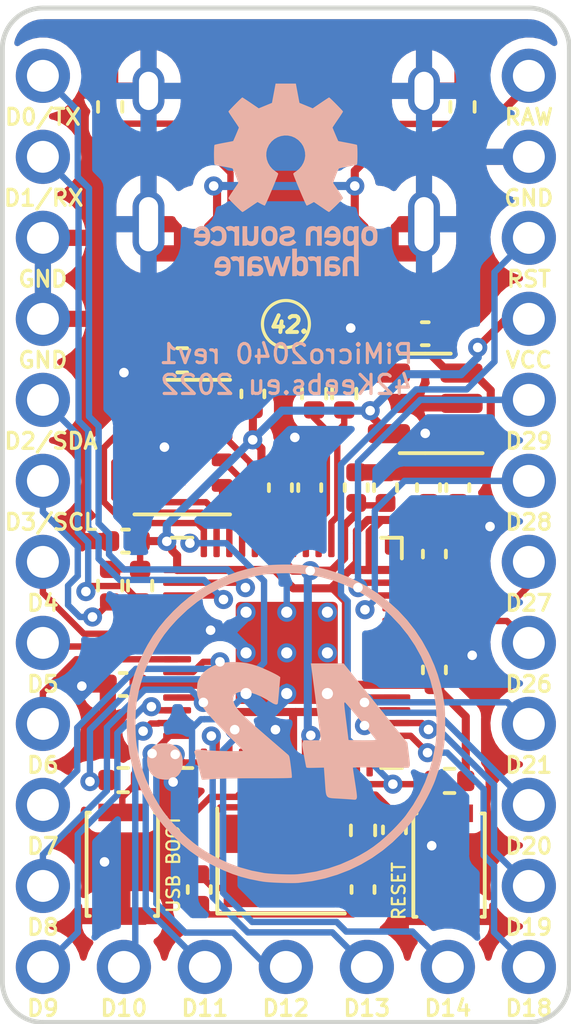
<source format=kicad_pcb>
(kicad_pcb (version 20211014) (generator pcbnew)
  (layers (0 "F.Cu" signal) (31 "B.Cu" signal) (34 "B.Paste" user) (35 "F.Paste" user) (36 "B.SilkS" user "B.Silkscreen") (37 "F.SilkS" user "F.Silkscreen") (38 "B.Mask" user) (39 "F.Mask" user) (44 "Edge.Cuts" user))
  (net 0 "")
  (net 1 "VBUS")
  (net 2 "+3V3")
  (net 3 "/XIN")
  (net 4 "Net-(C4-Pad1)")
  (net 5 "+1V1")
  (net 6 "GND")
  (net 7 "Net-(R1-Pad2)")
  (net 8 "Net-(R2-Pad2)")
  (net 9 "Net-(R3-Pad1)")
  (net 10 "/USB_D-")
  (net 11 "Net-(R4-Pad1)")
  (net 12 "/USB_D+")
  (net 13 "/XOUT")
  (net 14 "/QSPI_SS")
  (net 15 "/~{USB_BOOT}")
  (net 16 "/D2{slash}SDA")
  (net 17 "/D3{slash}SCL")
  (net 18 "/D4")
  (net 19 "/D5")
  (net 20 "/D6")
  (net 21 "/D7")
  (net 22 "/D8")
  (net 23 "/D9")
  (net 24 "/~{RESET}")
  (net 25 "/QSPI_SD3")
  (net 26 "/QSPI_SCLK")
  (net 27 "/QSPI_SD0")
  (net 28 "/QSPI_SD2")
  (net 29 "/QSPI_SD1")
  (net 38 "/D1{slash}RX")
  (net 39 "/D0{slash}TX")
  (net 44 "/D26{slash}A0")
  (net 45 "/D27{slash}A1")
  (net 46 "/D28{slash}A2")
  (net 47 "/D29{slash}A3")
  (net 48 "/D18")
  (net 49 "/D10")
  (net 50 "/D11")
  (net 51 "/D12")
  (net 52 "/D13")
  (net 53 "/D14")
  (net 54 "/D19")
  (net 55 "/D20")
  (net 56 "/D21")
  (footprint "Resistor_SMD:R_0402_1005Metric" (layer "F.Cu") (at 128.1176 68.7578 -90)
    (fp_text reference "R3" hide)
    (fp_text value "27R" hide)
  )
  (footprint "Capacitor_SMD:C_0402_1005Metric" (layer "F.Cu") (at 130.945 73.787 90)
    (fp_text reference "C11" hide)
    (fp_text value "100n" hide)
  )
  (footprint "Capacitor_SMD:C_0402_1005Metric" (layer "F.Cu") (at 129.413 71.7042 90)
    (fp_text reference "C8" hide)
    (fp_text value "100n" hide)
  )
  (footprint "Capacitor_SMD:C_0402_1005Metric" (layer "F.Cu") (at 125.2524 68.766 90)
    (fp_text reference "C5" hide)
    (fp_text value "100n" hide)
  )
  (footprint "Capacitor_SMD:C_0402_1005Metric" (layer "F.Cu") (at 121.1834 77.8764 180)
    (fp_text reference "C15" hide)
    (fp_text value "100n" hide)
  )
  (footprint "Resistor_SMD:R_0402_1005Metric" (layer "F.Cu") (at 120.7768 74.7776 90)
    (fp_text reference "R9" hide)
    (fp_text value "5.1k" hide)
  )
  (footprint "Capacitor_SMD:C_0402_1005Metric" (layer "F.Cu") (at 123.571 84.3052 -90)
    (fp_text reference "C3" hide)
    (fp_text value "30p" hide)
  )
  (footprint "RP2040_minimal:RP2040-QFN-56" (layer "F.Cu") (at 126.3142 76.8858)
    (fp_text reference "U1" hide)
    (fp_text value "RP2040" hide)
  )
  (footprint "Resistor_SMD:R_0402_1005Metric" (layer "F.Cu") (at 127.1728 68.7578 -90)
    (fp_text reference "R4" hide)
    (fp_text value "27R" hide)
  )
  (footprint "42keebs:PinHeader_1x12_P2.54mm_Vertical_Plain" (layer "F.Cu") (at 133.907 58.7922)
    (fp_text reference "J2" hide)
    (fp_text value "Right" hide)
  )
  (footprint "42keebs:PinHeader_1x12_P2.54mm_Vertical_Plain" (layer "F.Cu") (at 118.667 58.7922)
    (fp_text reference "J1" hide)
    (fp_text value "Left" hide)
  )
  (footprint "Capacitor_SMD:C_0402_1005Metric" (layer "F.Cu") (at 130.7592 71.7042 90)
    (fp_text reference "C2" hide)
    (fp_text value "1u" hide)
  )
  (footprint "Resistor_SMD:R_0402_1005Metric" (layer "F.Cu") (at 120.777 59.7662 -90)
    (fp_text reference "R2" hide)
    (fp_text value "5.1K" hide)
  )
  (footprint "Capacitor_SMD:C_0402_1005Metric" (layer "F.Cu") (at 130.6576 66.8782)
    (fp_text reference "C1" hide)
    (fp_text value "1u" hide)
  )
  (footprint "42keebs:PinHeader_1x05_P2.54mm_Vertical_Plain" (layer "F.Cu") (at 121.207 86.7322 90)
    (fp_text reference "J3" hide)
    (fp_text value "Bottom" hide)
  )
  (footprint "Capacitor_SMD:C_0402_1005Metric" (layer "F.Cu") (at 121.2596 73.3806 180)
    (fp_text reference "C13" hide)
    (fp_text value "100n" hide)
  )
  (footprint "Capacitor_SMD:C_0402_1005Metric" (layer "F.Cu") (at 128.7068 84.3052 -90)
    (fp_text reference "C4" hide)
    (fp_text value "30p" hide)
  )
  (footprint "Resistor_SMD:R_0402_1005Metric" (layer "F.Cu") (at 121.7168 74.7776 -90)
    (fp_text reference "R10" hide)
    (fp_text value "5.1k" hide)
  )
  (footprint "Capacitor_SMD:C_0402_1005Metric" (layer "F.Cu") (at 127.0358 71.7042 90)
    (fp_text reference "C12" hide)
    (fp_text value "100n" hide)
  )
  (footprint "Resistor_SMD:R_0402_1005Metric" (layer "F.Cu") (at 131.4196 80.899 180)
    (fp_text reference "R8" hide)
    (fp_text value "10k" hide)
  )
  (footprint "Resistor_SMD:R_0402_1005Metric" (layer "F.Cu") (at 128.7068 82.451 -90)
    (fp_text reference "R5" hide)
    (fp_text value "1k" hide)
  )
  (footprint "Resistor_SMD:R_0402_1005Metric" (layer "F.Cu") (at 121.1834 80.8736)
    (fp_text reference "R6" hide)
    (fp_text value "1k" hide)
  )
  (footprint "42keebs:USON-8_4x3mm_P0.8mm" (layer "F.Cu") (at 123.0376 70.4342)
    (fp_text reference "U2" hide)
    (fp_text value "W25Q32JWUUIQ" hide)
  )
  (footprint "Capacitor_SMD:C_0402_1005Metric" (layer "F.Cu") (at 128.493 71.7042 90)
    (fp_text reference "C6" hide)
    (fp_text value "1u" hide)
  )
  (footprint "Button_Switch_SMD:SW_SPST_CK_KXT3" (layer "F.Cu") (at 121.158 83.5139 -90)
    (fp_text reference "SW2" hide)
    (fp_text value "USB BOOT")
  )
  (footprint "Resistor_SMD:R_0402_1005Metric" (layer "F.Cu") (at 131.826 59.7662 -90)
    (fp_text reference "R1" hide)
    (fp_text value "5.1K" hide)
  )
  (footprint "Capacitor_SMD:C_0402_1005Metric" (layer "F.Cu") (at 130.945 77.4192 90)
    (fp_text reference "C16" hide)
    (fp_text value "100n" hide)
  )
  (footprint "Crystal:Crystal_SMD_3225-4Pin_3.2x2.5mm" (layer "F.Cu") (at 126.1364 83.4086)
    (fp_text reference "Y1" hide)
    (fp_text value "X322512MSB4SI" hide)
  )
  (footprint "Capacitor_SMD:C_0402_1005Metric" (layer "F.Cu") (at 129.6924 82.435 -90)
    (fp_text reference "C9" hide)
    (fp_text value "100n" hide)
  )
  (footprint "Button_Switch_SMD:SW_SPST_CK_KXT3" (layer "F.Cu") (at 131.4042 83.5406 -90)
    (fp_text reference "SW1" hide)
    (fp_text value "RESET")
  )
  (footprint "Package_TO_SOT_SMD:SOT-23-5" (layer "F.Cu") (at 130.6576 69.0626 180)
    (fp_text reference "U3" hide)
    (fp_text value "TLV73333PDBVR" hide)
  )
  (footprint "Resistor_SMD:R_0402_1005Metric" (layer "F.Cu") (at 123.0376 67.7114 180)
    (fp_text reference "R7" hide)
    (fp_text value "10k" hide)
  )
  (footprint "Capacitor_SMD:C_0402_1005Metric" (layer "F.Cu") (at 131.6806 71.7042 90)
    (fp_text reference "C10" hide)
    (fp_text value "100n" hide)
  )
  (footprint "Capacitor_SMD:C_0402_1005Metric" (layer "F.Cu") (at 126.1158 71.7042 90)
    (fp_text reference "C14" hide)
    (fp_text value "100n" hide)
  )
  (footprint "Type-C:HRO-TYPE-C-31-M-12" (layer "F.Cu") (at 126.3 56.665 180)
    (fp_text reference "USB1" hide)
    (fp_text value "HRO-TYPE-C-31-M-12" hide)
  )
  (footprint "Symbol:OSHW-Logo_5.7x6mm_SilkScreen" (layer "B.Cu") (at 126.2888 62.0522 180)
    (fp_text reference "LOGO2" hide)
    (fp_text value "Logo_Open_Hardware_Small" hide)
  )
  (footprint "42keebs:42Keebs-icon-10mm-SilkS" (layer "B.Cu") (at 126.3 79.0994 180)
    (fp_text reference "LOGO1" hide)
    (fp_text value "42. Keebs Logo" hide)
  )
  (gr_circle (center 126.2888 66.5734) (end 127.0254 66.5734) (layer "F.SilkS") (width 0.1) (fill none))
  (gr_arc (start 135.177 87.2) (mid 134.805026 88.098026) (end 133.907 88.47) (layer "Edge.Cuts") (width 0.15))
  (gr_arc (start 118.667 88.47) (mid 117.768974 88.098026) (end 117.397 87.2) (layer "Edge.Cuts") (width 0.15))
  (gr_arc (start 117.397 57.9355) (mid 117.768962 57.037462) (end 118.667 56.6655) (layer "Edge.Cuts") (width 0.15))
  (gr_line (start 117.397 57.9355) (end 117.397 87.2) (layer "Edge.Cuts") (width 0.15))
  (gr_line (start 135.177 87.2) (end 135.177 57.9355) (layer "Edge.Cuts") (width 0.15))
  (gr_arc (start 133.907 56.6655) (mid 134.805038 57.037462) (end 135.177 57.9355) (layer "Edge.Cuts") (width 0.15))
  (gr_line (start 118.667 88.47) (end 133.907 88.47) (layer "Edge.Cuts") (width 0.15))
  (gr_line (start 118.667 56.6655) (end 133.907 56.6655) (layer "Edge.Cuts") (width 0.15))
  (gr_text "PiMicro2040 rev1\n42Keebs.eu 2022" (at 126.3 67.9958) (layer "B.SilkS") (effects (font (size 0.6 0.6) (thickness 0.1)) (justify mirror)))
  (gr_text "D11" (at 123.747 88.025) (layer "F.SilkS") (effects (font (size 0.5 0.5) (thickness 0.1))))
  (gr_text "D9" (at 118.667 88.025) (layer "F.SilkS") (effects (font (size 0.5 0.5) (thickness 0.1))))
  (gr_text "D19" (at 133.907 85.485) (layer "F.SilkS") (effects (font (size 0.5 0.5) (thickness 0.1))))
  (gr_text "D28" (at 133.907 72.785) (layer "F.SilkS") (effects (font (size 0.5 0.5) (thickness 0.1))))
  (gr_text "D6" (at 118.667 80.405) (layer "F.SilkS") (effects (font (size 0.5 0.5) (thickness 0.1))))
  (gr_text "GND" (at 118.667 65.165) (layer "F.SilkS") (effects (font (size 0.5 0.5) (thickness 0.1))))
  (gr_text "D0/TX" (at 118.667 60.085) (layer "F.SilkS") (effects (font (size 0.5 0.5) (thickness 0.1))))
  (gr_text "RST" (at 133.907 65.165) (layer "F.SilkS") (effects (font (size 0.5 0.5) (thickness 0.1))))
  (gr_text "D20" (at 133.907 82.945) (layer "F.SilkS") (effects (font (size 0.5 0.5) (thickness 0.1))))
  (gr_text "42. " (at 126.5682 66.5988) (layer "F.SilkS") (effects (font (size 0.5 0.5) (thickness 0.125) italic)))
  (gr_text "D10" (at 121.207 88.025) (layer "F.SilkS") (effects (font (size 0.5 0.5) (thickness 0.1))))
  (gr_text "D4" (at 118.667 75.325) (layer "F.SilkS") (effects (font (size 0.5 0.5) (thickness 0.1))))
  (gr_text "D3/SCL" (at 118.9228 72.785) (layer "F.SilkS") (effects (font (size 0.5 0.5) (thickness 0.1))))
  (gr_text "D13" (at 128.827 88.025) (layer "F.SilkS") (effects (font (size 0.5 0.5) (thickness 0.1))))
  (gr_text "D8" (at 118.667 85.485) (layer "F.SilkS") (effects (font (size 0.5 0.5) (thickness 0.1))))
  (gr_text "RAW" (at 133.907 60.085) (layer "F.SilkS") (effects (font (size 0.5 0.5) (thickness 0.1))))
  (gr_text "D27" (at 133.907 75.325) (layer "F.SilkS") (effects (font (size 0.5 0.5) (thickness 0.1))))
  (gr_text "D1/RX" (at 118.6942 62.625) (layer "F.SilkS") (effects (font (size 0.5 0.5) (thickness 0.1))))
  (gr_text "D21" (at 133.907 80.405) (layer "F.SilkS") (effects (font (size 0.5 0.5) (thickness 0.1))))
  (gr_text "D26" (at 133.907 77.865) (layer "F.SilkS") (effects (font (size 0.5 0.5) (thickness 0.1))))
  (gr_text "D12" (at 126.287 88.025) (layer "F.SilkS") (effects (font (size 0.5 0.5) (thickness 0.1))))
  (gr_text "D5" (at 118.667 77.865) (layer "F.SilkS") (effects (font (size 0.5 0.5) (thickness 0.1))))
  (gr_text "D29" (at 133.907 70.245) (layer "F.SilkS") (effects (font (size 0.5 0.5) (thickness 0.1))))
  (gr_text "GND" (at 118.667 67.705) (layer "F.SilkS") (effects (font (size 0.5 0.5) (thickness 0.1))))
  (gr_text "VCC" (at 133.907 67.705) (layer "F.SilkS") (effects (font (size 0.5 0.5) (thickness 0.1))))
  (gr_text "D2/SDA" (at 118.9228 70.245) (layer "F.SilkS") (effects (font (size 0.5 0.5) (thickness 0.1))))
  (gr_text "D7" (at 118.667 82.945) (layer "F.SilkS") (effects (font (size 0.5 0.5) (thickness 0.1))))
  (gr_text "D14" (at 131.367 88.025) (layer "F.SilkS") (effects (font (size 0.5 0.5) (thickness 0.1))))
  (gr_text "D18" (at 133.907 88.025) (layer "F.SilkS") (effects (font (size 0.5 0.5) (thickness 0.1))))
  (gr_text "GND" (at 133.907 62.625) (layer "F.SilkS") (effects (font (size 0.5 0.5) (thickness 0.1))))
  (segment (start 130.1776 66.8782) (end 131.412 68.1126) (width 0.254) (layer "F.Cu") (net 1))
  (segment (start 132.7116 68.6528) (end 132.7116 69.4724) (width 0.254) (layer "F.Cu") (net 1))
  (segment (start 128.4478 62.246692) (end 128.4478 63.2206) (width 0.254) (layer "F.Cu") (net 1))
  (segment (start 128.7526 64.3574) (end 128.7526 63.5254) (width 0.254) (layer "F.Cu") (net 1))
  (segment (start 128.75 65.4506) (end 130.1776 66.8782) (width 0.254) (layer "F.Cu") (net 1))
  (segment (start 128.4478 61.7728) (end 129.4204 60.8002) (width 0.254) (layer "F.Cu") (net 1))
  (segment (start 128.4478 63.2206) (end 128.7526 63.5254) (width 0.254) (layer "F.Cu") (net 1))
  (segment (start 128.75 64.36) (end 128.7526 64.3574) (width 0.254) (layer "F.Cu") (net 1))
  (segment (start 124.1298 62.352944) (end 124.0235 62.246644) (width 0.254) (layer "F.Cu") (net 1))
  (segment (start 128.4478 62.246692) (end 128.4478 61.7728) (width 0.254) (layer "F.Cu") (net 1))
  (segment (start 133.907 59.065329) (end 133.907 58.7922) (width 0.254) (layer "F.Cu") (net 1))
  (segment (start 123.85 64.36) (end 123.85 63.515602) (width 0.254) (layer "F.Cu") (net 1))
  (segment (start 124.1298 62.9158) (end 124.1298 62.352944) (width 0.254) (layer "F.Cu") (net 1))
  (segment (start 128.7526 63.5254) (end 128.487999 63.260799) (width 0.254) (layer "F.Cu") (net 1))
  (segment (start 131.412 68.1126) (end 131.7951 68.1126) (width 0.254) (layer "F.Cu") (net 1))
  (segment (start 132.172129 60.8002) (end 133.907 59.065329) (width 0.254) (layer "F.Cu") (net 1))
  (segment (start 124.1298 63.235802) (end 124.1298 62.9158) (width 0.254) (layer "F.Cu") (net 1))
  (segment (start 132.1714 70.0126) (end 131.7951 70.0126) (width 0.254) (layer "F.Cu") (net 1))
  (segment (start 132.7116 69.4724) (end 132.1714 70.0126) (width 0.254) (layer "F.Cu") (net 1))
  (segment (start 128.75 64.36) (end 128.75 65.4506) (width 0.254) (layer "F.Cu") (net 1))
  (segment (start 129.4204 60.8002) (end 132.172129 60.8002) (width 0.254) (layer "F.Cu") (net 1))
  (segment (start 131.7951 68.1126) (end 132.1714 68.1126) (width 0.254) (layer "F.Cu") (net 1))
  (segment (start 132.1714 68.1126) (end 132.7116 68.6528) (width 0.254) (layer "F.Cu") (net 1))
  (segment (start 123.85 63.515602) (end 124.1298 63.235802) (width 0.254) (layer "F.Cu") (net 1))
  (via (at 128.4478 62.246692) (size 0.6) (drill 0.3) (layers "F.Cu" "B.Cu") (net 1))
  (via (at 124.0235 62.246644) (size 0.6) (drill 0.3) (layers "F.Cu" "B.Cu") (net 1))
  (segment (start 124.023548 62.246692) (end 124.0235 62.246644) (width 0.254) (layer "B.Cu") (net 1))
  (segment (start 128.4478 62.246692) (end 124.023548 62.246692) (width 0.254) (layer "B.Cu") (net 1))
  (segment (start 128.8634 74.2858) (end 129.7517 74.2858) (width 0.254) (layer "F.Cu") (net 2))
  (segment (start 126.5938 78.7398) (end 127.935057 78.7398) (width 0.254) (layer "F.Cu") (net 2))
  (segment (start 124.693343 78.7398) (end 126.5938 78.7398) (width 0.254) (layer "F.Cu") (net 2))
  (segment (start 128.9142 73.4483) (end 128.9142 73.088) (width 0.254) (layer "F.Cu") (net 2))
  (segment (start 126.5137 78.8199) (end 126.5938 78.7398) (width 0.254) (layer "F.Cu") (net 2))
  (segment (start 128.9142 74.235) (end 128.8634 74.2858) (width 0.2) (layer "F.Cu") (net 2))
  (segment (start 120.7768 74.2676) (end 121.7168 74.2676) (width 0.2) (layer "F.Cu") (net 2))
  (segment (start 124.252297 78.075097) (end 124.252297 78.298754) (width 0.254) (layer "F.Cu") (net 2))
  (segment (start 126.521059 74.861396) (end 127.707341 74.861396) (width 0.254) (layer "F.Cu") (net 2))
  (segment (start 128.9304 69.4229) (end 129.5201 70.0126) (width 0.254) (layer "F.Cu") (net 2))
  (segment (start 128.8562 72.7182) (end 129.284 72.7182) (width 0.254) (layer "F.Cu") (net 2))
  (segment (start 133.907 66.4122) (end 133.2013 66.4122) (width 0.254) (layer "F.Cu") (net 2))
  (segment (start 122.8767 74.2858) (end 125.945463 74.2858) (width 0.254) (layer "F.Cu") (net 2))
  (segment (start 128.1682 78.506657) (end 128.1682 77.8) (width 0.254) (layer "F.Cu") (net 2))
  (segment (start 127.707341 74.861396) (end 128.282937 74.2858) (width 0.254) (layer "F.Cu") (net 2))
  (segment (start 124.2994 69.246) (end 124.2876 69.2342) (width 0.254) (layer "F.Cu") (net 2))
  (segment (start 128.282937 74.2858) (end 128.4824 74.2858) (width 0.254) (layer "F.Cu") (net 2))
  (segment (start 125.2474 70.2056) (end 125.2524 70.2006) (width 0.254) (layer "F.Cu") (net 2))
  (segment (start 126.5137 80.3228) (end 126.5137 78.8199) (width 0.254) (layer "F.Cu") (net 2))
  (segment (start 126.5142 73.4483) (end 126.5142 72.5826) (width 0.254) (layer "F.Cu") (net 2))
  (segment (start 133.2013 66.4122) (end 132.3035 67.31) (width 0.254) (layer "F.Cu") (net 2))
  (segment (start 128.9142 73.088) (end 129.284 72.7182) (width 0.254) (layer "F.Cu") (net 2))
  (segment (start 125.2474 69.246) (end 124.2994 69.246) (width 0.254) (layer "F.Cu") (net 2))
  (segment (start 125.2524 70.2006) (end 125.2524 69.246) (width 0.254) (layer "F.Cu") (net 2))
  (segment (start 122.552447 73.389815) (end 122.722716 73.560084) (width 0.254) (layer "F.Cu") (net 2))
  (segment (start 129.7517 77.8858) (end 128.254 77.8858) (width 0.254) (layer "F.Cu") (net 2))
  (segment (start 128.5142 73.4483) (end 128.5142 73.0602) (width 0.254) (layer "F.Cu") (net 2))
  (segment (start 124.252297 78.298754) (end 124.693343 78.7398) (width 0.254) (layer "F.Cu") (net 2))
  (segment (start 127.935057 78.7398) (end 128.1682 78.506657) (width 0.254) (layer "F.Cu") (net 2))
  (segment (start 128.1682 75.264943) (end 127.764653 74.861396) (width 0.254) (layer "F.Cu") (net 2))
  (segment (start 128.9142 73.4483) (end 128.9142 74.235) (width 0.254) (layer "F.Cu") (net 2))
  (segment (start 123.5476 68.4942) (end 124.2876 69.2342) (width 0.254) (layer "F.Cu") (net 2))
  (segment (start 128.254 77.8858) (end 128.1682 77.8) (width 0.254) (layer "F.Cu") (net 2))
  (segment (start 125.945463 74.2858) (end 126.521059 74.861396) (width 0.254) (layer "F.Cu") (net 2))
  (segment (start 125.5206 70.4788) (end 125.5206 71.589) (width 0.254) (layer "F.Cu") (net 2))
  (segment (start 122.552447 73.389815) (end 122.543232 73.3806) (width 0.254) (layer "F.Cu") (net 2))
  (segment (start 131.9296 78.8838) (end 130.945 77.8992) (width 0.254) (layer "F.Cu") (net 2))
  (segment (start 128.5142 73.0602) (end 128.8562 72.7182) (width 0.254) (layer "F.Cu") (net 2))
  (segment (start 128.5142 74.254) (end 128.4824 74.2858) (width 0.2) (layer "F.Cu") (net 2))
  (segment (start 121.6728 77.8858) (end 121.6634 77.8764) (width 0.254) (layer "F.Cu") (net 2))
  (segment (start 125.2474 70.2056) (end 125.5206 70.4788) (width 0.254) (layer "F.Cu") (net 2))
  (segment (start 131.9296 80.899) (end 131.9296 78.8838) (width 0.254) (layer "F.Cu") (net 2))
  (segment (start 130.9262 74.2858) (end 130.945 74.267) (width 0.254) (layer "F.Cu") (net 2))
  (segment (start 122.8767 73.830202) (end 122.8767 74.2858) (width 0.254) (layer "F.Cu") (net 2))
  (segment (start 127.764653 74.861396) (end 127.707341 74.861396) (width 0.254) (layer "F.Cu") (net 2))
  (segment (start 126.1158 72.1842) (end 127.0358 72.1842) (width 0.254) (layer "F.Cu") (net 2))
  (segment (start 125.5206 71.589) (end 126.1158 72.1842) (width 0.254) (layer "F.Cu") (net 2))
  (segment (start 128.9304 69.2912) (end 128.9304 69.4229) (width 0.254) (layer "F.Cu") (net 2))
  (segment (start 126.9142 72.3058) (end 127.0358 72.1842) (width 0.254) (layer "F.Cu") (net 2))
  (segment (start 123.5476 67.7164) (end 123.5476 68.4942) (width 0.254) (layer "F.Cu") (net 2))
  (segment (start 128.5142 73.4483) (end 128.5142 74.054537) (width 0.254) (layer "F.Cu") (net 2))
  (segment (start 124.063 77.8858) (end 124.252297 78.075097) (width 0.254) (layer "F.Cu") (net 2))
  (segment (start 126.5142 72.5826) (end 126.1158 72.1842) (width 0.254) (layer "F.Cu") (net 2))
  (segment (start 129.7517 74.2858) (end 130.9262 74.2858) (width 0.254) (layer "F.Cu") (net 2))
  (segment (start 121.7168 73.4034) (end 121.7396 73.3806) (width 0.2) (layer "F.Cu") (net 2))
  (segment (start 130.7592 72.1842) (end 131.6806 72.1842) (width 0.254) (layer "F.Cu") (net 2))
  (segment (start 130.9316 77.8858) (end 130.945 77.8992) (width 0.254) (layer "F.Cu") (net 2))
  (segment (start 128.4824 74.2858) (end 128.8634 74.2858) (width 0.254) (layer "F.Cu") (net 2))
  (segment (start 122.722716 73.676218) (end 122.8767 73.830202) (width 0.254) (layer "F.Cu") (net 2))
  (segment (start 129.7517 77.8858) (end 130.9316 77.8858) (width 0.254) (layer "F.Cu") (net 2))
  (segment (start 122.722716 73.560084) (end 122.722716 73.676218) (width 0.254) (layer "F.Cu") (net 2))
  (segment (start 130.2252 72.7182) (end 130.7592 72.1842) (width 0.254) (layer "F.Cu") (net 2))
  (segment (start 126.9142 73.4483) (end 126.9142 72.3058) (width 0.254) (layer "F.Cu") (net 2))
  (segment (start 122.8767 77.8858) (end 124.063 77.8858) (width 0.254) (layer "F.Cu") (net 2))
  (segment (start 121.7168 74.2676) (end 121.7168 73.4034) (width 0.2) (layer "F.Cu") (net 2))
  (segment (start 128.1682 77.8) (end 128.1682 75.264943) (width 0.254) (layer "F.Cu") (net 2))
  (segment (start 126.5142 80.3233) (end 126.5137 80.3228) (width 0.254) (layer "F.Cu") (net 2))
  (segment (start 122.543232 73.3806) (end 121.7396 73.3806) (width 0.254) (layer "F.Cu") (net 2))
  (segment (start 122.8767 77.8858) (end 121.6728 77.8858) (width 0.254) (layer "F.Cu") (net 2))
  (segment (start 129.284 72.7182) (end 130.2252 72.7182) (width 0.254) (layer "F.Cu") (net 2))
  (segment (start 128.5142 74.054537) (end 128.1682 74.400537) (width 0.254) (layer "F.Cu") (net 2))
  (via (at 132.3035 67.31) (size 0.6) (drill 0.3) (layers "F.Cu" "B.Cu") (net 2))
  (via (at 122.552447 73.389815) (size 0.6) (drill 0.3) (layers "F.Cu" "B.Cu") (net 2))
  (via (at 128.9304 69.2912) (size 0.6) (drill 0.3) (layers "F.Cu" "B.Cu") (net 2))
  (via (at 125.2474 70.2056) (size 0.6) (drill 0.3) (layers "F.Cu" "B.Cu") (net 2))
  (segment (start 125.2474 70.2056) (end 126.1618 69.2912) (width 0.254) (layer "B.Cu") (net 2))
  (segment (start 122.552447 73.389815) (end 122.552447 72.875153) (width 0.254) (layer "B.Cu") (net 2))
  (segment (start 122.552447 72.875153) (end 125.222 70.2056) (width 0.254) (layer "B.Cu") (net 2))
  (segment (start 128.9304 69.2912) (end 130.0734 68.1482) (width 0.254) (layer "B.Cu") (net 2))
  (segment (start 130.0734 68.1482) (end 131.7752 68.1482) (width 0.254) (layer "B.Cu") (net 2))
  (segment (start 132.3035 67.6199) (end 132.3035 67.31) (width 0.254) (layer "B.Cu") (net 2))
  (segment (start 126.1618 69.2912) (end 128.9304 69.2912) (width 0.254) (layer "B.Cu") (net 2))
  (segment (start 125.222 70.2056) (end 125.2474 70.2056) (width 0.254) (layer "B.Cu") (net 2))
  (segment (start 131.7752 68.1482) (end 132.3035 67.6199) (width 0.254) (layer "B.Cu") (net 2))
  (segment (start 125.0364 84.2586) (end 124.0044 84.2586) (width 0.2) (layer "F.Cu") (net 3))
  (segment (start 124.232 81.7278) (end 124.105 81.8548) (width 0.2) (layer "F.Cu") (net 3))
  (segment (start 125.7142 80.894648) (end 124.881048 81.7278) (width 0.2) (layer "F.Cu") (net 3))
  (segment (start 125.7142 80.3233) (end 125.7142 80.894648) (width 0.2) (layer "F.Cu") (net 3))
  (segment (start 124.105 83.3272) (end 125.0364 84.2586) (width 0.2) (layer "F.Cu") (net 3))
  (segment (start 124.105 81.8548) (end 124.105 83.3272) (width 0.2) (layer "F.Cu") (net 3))
  (segment (start 124.881048 81.7278) (end 124.232 81.7278) (width 0.2) (layer "F.Cu") (net 3))
  (segment (start 124.0044 84.2586) (end 123.571 83.8252) (width 0.2) (layer "F.Cu") (net 3))
  (segment (start 128.2684 84.2586) (end 128.7018 83.8252) (width 0.2) (layer "F.Cu") (net 4))
  (segment (start 127.2364 84.2586) (end 128.2684 84.2586) (width 0.2) (layer "F.Cu") (net 4))
  (segment (start 128.7018 83.8252) (end 128.7018 82.961) (width 0.2) (layer "F.Cu") (net 4))
  (segment (start 126.9142 80.8386) (end 127.4318 81.3562) (width 0.254) (layer "F.Cu") (net 5))
  (segment (start 127.0508 74.307896) (end 126.506375 74.307896) (width 0.254) (layer "F.Cu") (net 5))
  (segment (start 126.506375 74.307896) (end 126.1142 73.915721) (width 0.254) (layer "F.Cu") (net 5))
  (segment (start 126.9142 80.3233) (end 126.9142 79.6248) (width 0.254) (layer "F.Cu") (net 5))
  (segment (start 127.722025 74.307896) (end 128.1142 73.915721) (width 0.254) (layer "F.Cu") (net 5))
  (segment (start 126.1142 73.915721) (end 126.1142 73.4483) (width 0.254) (layer "F.Cu") (net 5))
  (segment (start 129.0936 81.3562) (end 129.6924 81.955) (width 0.254) (layer "F.Cu") (net 5))
  (segment (start 126.9142 80.3233) (end 126.9142 80.8386) (width 0.254) (layer "F.Cu") (net 5))
  (segment (start 126.9142 79.6248) (end 127.0677 79.4713) (width 0.254) (layer "F.Cu") (net 5))
  (segment (start 128.493 72.2604) (end 129.413 72.2604) (width 0.2) (layer "F.Cu") (net 5))
  (segment (start 127.0508 74.307896) (end 127.722025 74.307896) (width 0.254) (layer "F.Cu") (net 5))
  (segment (start 128.1142 73.915721) (end 128.1142 73.4483) (width 0.254) (layer "F.Cu") (net 5))
  (segment (start 128.493 72.52048) (end 128.493 72.1842) (width 0.254) (layer "F.Cu") (net 5))
  (segment (start 127.4318 81.3562) (end 129.0936 81.3562) (width 0.254) (layer "F.Cu") (net 5))
  (segment (start 128.1142 72.89928) (end 128.493 72.52048) (width 0.254) (layer "F.Cu") (net 5))
  (segment (start 128.1142 73.4483) (end 128.1142 72.89928) (width 0.254) (layer "F.Cu") (net 5))
  (via (at 127.0508 74.307896) (size 0.6) (drill 0.3) (layers "F.Cu" "B.Cu") (net 5))
  (via (at 127.0677 79.4713) (size 0.6) (drill 0.3) (layers "F.Cu" "B.Cu") (net 5))
  (segment (start 127.0508 74.307896) (end 126.9746 74.384096) (width 0.254) (layer "B.Cu") (net 5))
  (segment (start 126.9746 79.3782) (end 127.0677 79.4713) (width 0.254) (layer "B.Cu") (net 5))
  (segment (start 126.9746 74.384096) (end 126.9746 79.3782) (width 0.254) (layer "B.Cu") (net 5))
  (segment (start 125.3142 80.8322) (end 124.7456 81.4008) (width 0.2) (layer "F.Cu") (net 6))
  (segment (start 124.7456 81.4008) (end 123.924 81.4008) (width 0.2) (layer "F.Cu") (net 6))
  (segment (start 123.571 84.7852) (end 123.8714 85.0856) (width 0.2) (layer "F.Cu") (net 6))
  (segment (start 123.0128 84.227) (end 123.571 84.7852) (width 0.2) (layer "F.Cu") (net 6))
  (segment (start 125.3142 79.894063) (end 125.3142 80.3233) (width 0.2) (layer "F.Cu") (net 6))
  (segment (start 123.924 81.4008) (end 123.0128 82.312) (width 0.2) (layer "F.Cu") (net 6))
  (segment (start 122.4788 70.943) (end 121.7876 71.6342) (width 0.2) (layer "F.Cu") (net 6))
  (segment (start 123.0128 82.312) (end 123.0128 84.227) (width 0.2) (layer "F.Cu") (net 6))
  (segment (start 122.4788 70.4342) (end 122.4788 70.943) (width 0.2) (layer "F.Cu") (net 6))
  (segment (start 125.3142 80.3233) (end 125.3142 80.8322) (width 0.2) (layer "F.Cu") (net 6))
  (segment (start 125.914963 79.2933) (end 125.3142 79.894063) (width 0.2) (layer "F.Cu") (net 6))
  (segment (start 125.9602 79.2933) (end 125.914963 79.2933) (width 0.2) (layer "F.Cu") (net 6))
  (segment (start 128.4014 85.0856) (end 128.7018 84.7852) (width 0.2) (layer "F.Cu") (net 6))
  (segment (start 123.8714 85.0856) (end 128.4014 85.0856) (width 0.2) (layer "F.Cu") (net 6))
  (via (at 132.6896 72.9234) (size 0.6) (drill 0.3) (layers "F.Cu" "B.Cu") (net 6))
  (via (at 130.6576 70.0024) (size 0.6) (drill 0.3) (layers "F.Cu" "B.Cu") (net 6))
  (via (at 121.2088 68.0974) (size 0.6) (drill 0.3) (layers "F.Cu" "B.Cu") (net 6))
  (via (at 130.8608 82.931) (size 0.6) (drill 0.3) (layers "F.Cu" "B.Cu") (net 6))
  (via (at 132.1308 76.962) (size 0.6) (drill 0.3) (layers "F.Cu" "B.Cu") (net 6))
  (via (at 120.5992 83.439) (size 0.6) (drill 0.3) (layers "F.Cu" "B.Cu") (net 6))
  (via (at 128.3208 66.7004) (size 0.6) (drill 0.3) (layers "F.Cu" "B.Cu") (net 6))
  (via (at 122.4788 70.4342) (size 0.6) (drill 0.3) (layers "F.Cu" "B.Cu") (net 6))
  (via (at 119.888 77.9272) (size 0.6) (drill 0.3) (layers "F.Cu" "B.Cu") (net 6))
  (via (at 126.5682 70.1294) (size 0.6) (drill 0.3) (layers "F.Cu" "B.Cu") (net 6))
  (via (at 123.9266 76.1746) (size 0.6) (drill 0.3) (layers "F.Cu" "B.Cu") (net 6))
  (via (at 125.9602 79.2933) (size 0.6) (drill 0.3) (layers "F.Cu" "B.Cu") (net 6))
  (via (at 122.7513 80.934261) (size 0.6) (drill 0.3) (layers "F.Cu" "B.Cu") (net 6))
  (segment (start 125.9602 79.2933) (end 125.9602 79.0818) (width 0.254) (layer "B.Cu") (net 6))
  (segment (start 124.169226 78.966413) (end 124.233587 78.966413) (width 0.2) (layer "B.Cu") (net 6))
  (segment (start 123.623987 78.966413) (end 123.729666 78.966413) (width 0.2) (layer "B.Cu") (net 6))
  (segment (start 126.3142 75.6108) (end 126.3142 74.676) (width 0.2) (layer "B.Cu") (net 6))
  (segment (start 123.343891 79.246509) (end 123.623987 78.966413) (width 0.2) (layer "B.Cu") (net 6))
  (segment (start 123.731155 78.964924) (end 124.167737 78.964924) (width 0.2) (layer "B.Cu") (net 6))
  (segment (start 125.9602 79.0818) (end 125.0392 78.1608) (width 0.254) (layer "B.Cu") (net 6))
  (segment (start 124.167737 78.964924) (end 124.169226 78.966413) (width 0.2) (layer "B.Cu") (net 6))
  (segment (start 123.9266 76.1746) (end 124.328 76.1746) (width 0.254) (layer "B.Cu") (net 6))
  (segment (start 122.7513 80.934261) (end 123.343891 80.34167) (width 0.2) (layer "B.Cu") (net 6))
  (segment (start 124.233587 78.966413) (end 125.0392 78.1608) (width 0.2) (layer "B.Cu") (net 6))
  (segment (start 124.328 76.1746) (end 125.0392 76.8858) (width 0.254) (layer "B.Cu") (net 6))
  (segment (start 123.343891 80.34167) (end 123.343891 79.246509) (width 0.2) (layer "B.Cu") (net 6))
  (segment (start 123.729666 78.966413) (end 123.731155 78.964924) (width 0.2) (layer "B.Cu") (net 6))
  (segment (start 131.8026 60.2996) (end 131.826 60.2762) (width 0.2) (layer "F.Cu") (net 7))
  (segment (start 129.1336 60.2996) (end 131.8026 60.2996) (width 0.2) (layer "F.Cu") (net 7))
  (segment (start 127.55 61.8832) (end 129.1336 60.2996) (width 0.2) (layer "F.Cu") (net 7))
  (segment (start 127.55 64.36) (end 127.55 61.8832) (width 0.2) (layer "F.Cu") (net 7))
  (segment (start 120.7928 60.292) (end 123.0046 60.292) (width 0.2) (layer "F.Cu") (net 8))
  (segment (start 120.777 60.2762) (end 120.7928 60.292) (width 0.2) (layer "F.Cu") (net 8))
  (segment (start 124.55 61.8374) (end 124.55 64.36) (width 0.2) (layer "F.Cu") (net 8))
  (segment (start 123.0046 60.292) (end 124.55 61.8374) (width 0.2) (layer "F.Cu") (net 8))
  (segment (start 126.8222 63.373) (end 126.2888 63.373) (width 0.2) (layer "F.Cu") (net 9))
  (segment (start 126.9746 65.2526) (end 127.05 65.1772) (width 0.2) (layer "F.Cu") (net 9))
  (segment (start 126.9746 65.2526) (end 126.9746 67.1048) (width 0.2) (layer "F.Cu") (net 9))
  (segment (start 127.05 64.36) (end 127.05 63.6008) (width 0.2) (layer "F.Cu") (net 9))
  (segment (start 127.05 63.6008) (end 126.8222 63.373) (width 0.2) (layer "F.Cu") (net 9))
  (segment (start 127.05 65.1772) (end 127.05 64.36) (width 0.2) (layer "F.Cu") (net 9))
  (segment (start 126.9746 67.1048) (end 128.1176 68.2478) (width 0.2) (layer "F.Cu") (net 9))
  (segment (start 126.2888 63.373) (end 126.05 63.6118) (width 0.2) (layer "F.Cu") (net 9))
  (segment (start 126.05 63.6118) (end 126.05 64.36) (width 0.2) (layer "F.Cu") (net 9))
  (segment (start 128.1176 69.723) (end 127.8998 69.9408) (width 0.2) (layer "F.Cu") (net 10))
  (segment (start 128.1176 69.2678) (end 128.1176 69.723) (width 0.2) (layer "F.Cu") (net 10))
  (segment (start 127.8998 69.9408) (end 127.8998 72.613048) (width 0.2) (layer "F.Cu") (net 10))
  (segment (start 127.8998 72.613048) (end 127.7142 72.798648) (width 0.2) (layer "F.Cu") (net 10))
  (segment (start 127.7142 72.798648) (end 127.7142 73.4483) (width 0.2) (layer "F.Cu") (net 10))
  (segment (start 125.55 65.0726) (end 125.7894 65.312) (width 0.2) (layer "F.Cu") (net 11))
  (segment (start 126.3056 65.312) (end 126.55 65.0676) (width 0.2) (layer "F.Cu") (net 11))
  (segment (start 126.55 65.0676) (end 126.55 64.36) (width 0.2) (layer "F.Cu") (net 11))
  (segment (start 126.6444 65.2526) (end 126.6444 67.237048) (width 0.2) (layer "F.Cu") (net 11))
  (segment (start 126.6444 67.237048) (end 127.1728 67.765448) (width 0.2) (layer "F.Cu") (net 11))
  (segment (start 127.1728 67.765448) (end 127.1728 68.2478) (width 0.2) (layer "F.Cu") (net 11))
  (segment (start 126.55 65.1582) (end 126.6444 65.2526) (width 0.2) (layer "F.Cu") (net 11))
  (segment (start 126.55 64.36) (end 126.55 65.1582) (width 0.2) (layer "F.Cu") (net 11))
  (segment (start 125.55 64.36) (end 125.55 65.0726) (width 0.2) (layer "F.Cu") (net 11))
  (segment (start 125.7894 65.312) (end 126.3056 65.312) (width 0.2) (layer "F.Cu") (net 11))
  (segment (start 127.1728 69.5148) (end 127.5728 69.9148) (width 0.2) (layer "F.Cu") (net 12))
  (segment (start 127.5728 69.9148) (end 127.5728 72.4776) (width 0.2) (layer "F.Cu") (net 12))
  (segment (start 127.3142 72.7362) (end 127.3142 73.4483) (width 0.2) (layer "F.Cu") (net 12))
  (segment (start 127.5728 72.4776) (end 127.3142 72.7362) (width 0.2) (layer "F.Cu") (net 12))
  (segment (start 127.1728 69.2678) (end 127.1728 69.5148) (width 0.2) (layer "F.Cu") (net 12))
  (segment (start 128.4924 81.7316) (end 128.7018 81.941) (width 0.2) (layer "F.Cu") (net 13))
  (segment (start 126.969 81.7316) (end 128.4924 81.7316) (width 0.2) (layer "F.Cu") (net 13))
  (segment (start 126.1142 80.3233) (end 126.1142 80.8768) (width 0.2) (layer "F.Cu") (net 13))
  (segment (start 126.1142 80.8768) (end 126.969 81.7316) (width 0.2) (layer "F.Cu") (net 13))
  (segment (start 123.7142 73.01664) (end 123.51296 72.8154) (width 0.2) (layer "F.Cu") (net 14))
  (segment (start 121.7876 69.246752) (end 121.7876 69.2342) (width 0.2) (layer "F.Cu") (net 14))
  (segment (start 123.7142 73.4483) (end 123.7142 73.01664) (width 0.2) (layer "F.Cu") (net 14))
  (segment (start 120.188143 80.8736) (end 120.6734 80.8736) (width 0.2) (layer "F.Cu") (net 14))
  (segment (start 120.5816 72.154296) (end 120.5816 70.452752) (width 0.2) (layer "F.Cu") (net 14))
  (segment (start 121.242704 72.8154) (end 120.5816 72.154296) (width 0.2) (layer "F.Cu") (net 14))
  (segment (start 123.276716 73.446743) (end 123.278273 73.4483) (width 0.2) (layer "F.Cu") (net 14))
  (segment (start 123.51296 72.8154) (end 121.242704 72.8154) (width 0.2) (layer "F.Cu") (net 14))
  (segment (start 122.5276 67.7164) (end 122.5276 68.4942) (width 0.2) (layer "F.Cu") (net 14))
  (segment (start 120.5816 70.452752) (end 121.7876 69.246752) (width 0.2) (layer "F.Cu") (net 14))
  (segment (start 123.278273 73.4483) (end 123.7142 73.4483) (width 0.2) (layer "F.Cu") (net 14))
  (segment (start 120.142817 80.918926) (end 120.188143 80.8736) (width 0.2) (layer "F.Cu") (net 14))
  (segment (start 122.5276 68.4942) (end 121.7876 69.2342) (width 0.2) (layer "F.Cu") (net 14))
  (via (at 123.276716 73.446743) (size 0.6) (drill 0.3) (layers "F.Cu" "B.Cu") (net 14))
  (via (at 120.142817 80.918926) (size 0.6) (drill 0.3) (layers "F.Cu" "B.Cu") (net 14))
  (segment (start 125.2728 77.5208) (end 124.610377 77.5208) (width 0.2) (layer "B.Cu") (net 14))
  (segment (start 124.417416 77.713761) (end 121.721791 77.713761) (width 0.2) (layer "B.Cu") (net 14))
  (segment (start 123.276716 73.446743) (end 124.416638 73.446743) (width 0.2) (layer "B.Cu") (net 14))
  (segment (start 121.721791 77.713761) (end 120.142817 79.292735) (width 0.2) (layer "B.Cu") (net 14))
  (segment (start 124.610377 77.5208) (end 124.417416 77.713761) (width 0.2) (layer "B.Cu") (net 14))
  (segment (start 125.603 74.633105) (end 125.603 77.1906) (width 0.2) (layer "B.Cu") (net 14))
  (segment (start 125.603 77.1906) (end 125.2728 77.5208) (width 0.2) (layer "B.Cu") (net 14))
  (segment (start 124.416638 73.446743) (end 125.603 74.633105) (width 0.2) (layer "B.Cu") (net 14))
  (segment (start 120.142817 79.292735) (end 120.142817 80.918926) (width 0.2) (layer "B.Cu") (net 14))
  (segment (start 121.158 81.8889) (end 121.158 81.409) (width 0.2) (layer "F.Cu") (net 15))
  (segment (start 121.158 81.409) (end 121.6934 80.8736) (width 0.2) (layer "F.Cu") (net 15))
  (segment (start 121.915 75.4858) (end 121.7168 75.2876) (width 0.2) (layer "F.Cu") (net 16))
  (segment (start 120.187784 74.7906) (end 121.2198 74.7906) (width 0.2) (layer "F.Cu") (net 16))
  (segment (start 121.2198 74.7906) (end 121.7168 75.2876) (width 0.2) (layer "F.Cu") (net 16))
  (segment (start 120.015563 74.962821) (end 120.187784 74.7906) (width 0.2) (layer "F.Cu") (net 16))
  (segment (start 122.8767 75.4858) (end 121.915 75.4858) (width 0.2) (layer "F.Cu") (net 16))
  (via (at 120.015563 74.962821) (size 0.6) (drill 0.3) (layers "F.Cu" "B.Cu") (net 16))
  (segment (start 120.088 73.422952) (end 119.761 73.095952) (width 0.2) (layer "B.Cu") (net 16))
  (segment (start 120.015563 74.962821) (end 120.088 74.890384) (width 0.2) (layer "B.Cu") (net 16))
  (segment (start 119.761 70.0462) (end 118.667 68.9522) (width 0.2) (layer "B.Cu") (net 16))
  (segment (start 119.761 73.095952) (end 119.761 70.0462) (width 0.2) (layer "B.Cu") (net 16))
  (segment (start 120.088 74.890384) (end 120.088 73.422952) (width 0.2) (layer "B.Cu") (net 16))
  (segment (start 120.3051 75.7593) (end 120.7768 75.2876) (width 0.2) (layer "F.Cu") (net 17))
  (segment (start 121.375 75.8858) (end 120.7768 75.2876) (width 0.2) (layer "F.Cu") (net 17))
  (segment (start 120.222192 75.7593) (end 120.3051 75.7593) (width 0.2) (layer "F.Cu") (net 17))
  (segment (start 122.8767 75.8858) (end 121.375 75.8858) (width 0.2) (layer "F.Cu") (net 17))
  (via (at 120.222192 75.7593) (size 0.6) (drill 0.3) (layers "F.Cu" "B.Cu") (net 17))
  (segment (start 119.8283 75.7593) (end 119.4562 75.3872) (width 0.2) (layer "B.Cu") (net 17))
  (segment (start 119.761 74.4728) (end 119.761 73.5584) (width 0.2) (layer "B.Cu") (net 17))
  (segment (start 119.4562 74.7776) (end 119.761 74.4728) (width 0.2) (layer "B.Cu") (net 17))
  (segment (start 120.222192 75.7593) (end 119.8283 75.7593) (width 0.2) (layer "B.Cu") (net 17))
  (segment (start 119.761 73.5584) (end 118.667 72.4644) (width 0.2) (layer "B.Cu") (net 17))
  (segment (start 119.4562 75.3872) (end 119.4562 74.7776) (width 0.2) (layer "B.Cu") (net 17))
  (segment (start 118.667 72.4644) (end 118.667 71.4922) (width 0.2) (layer "B.Cu") (net 17))
  (segment (start 118.667 75.0044) (end 118.667 74.0322) (width 0.2) (layer "F.Cu") (net 18))
  (segment (start 119.9484 76.2858) (end 118.667 75.0044) (width 0.2) (layer "F.Cu") (net 18))
  (segment (start 122.8767 76.2858) (end 119.9484 76.2858) (width 0.2) (layer "F.Cu") (net 18))
  (segment (start 122.8767 76.6858) (end 118.7806 76.6858) (width 0.2) (layer "F.Cu") (net 19))
  (segment (start 118.7806 76.6858) (end 118.667 76.5722) (width 0.2) (layer "F.Cu") (net 19))
  (segment (start 119.7134 77.0858) (end 118.667 78.1322) (width 0.2) (layer "F.Cu") (net 20))
  (segment (start 118.667 78.1322) (end 118.667 79.1122) (width 0.2) (layer "F.Cu") (net 20))
  (segment (start 122.8767 77.0858) (end 119.7134 77.0858) (width 0.2) (layer "F.Cu") (net 20))
  (segment (start 123.697108 77.166092) (end 123.3774 77.4858) (width 0.2) (layer "F.Cu") (net 21))
  (segment (start 123.3774 77.4858) (end 122.8767 77.4858) (width 0.2) (layer "F.Cu") (net 21))
  (segment (start 124.219794 77.166092) (end 123.697108 77.166092) (width 0.2) (layer "F.Cu") (net 21))
  (via (at 124.219794 77.166092) (size 0.6) (drill 0.3) (layers "F.Cu" "B.Cu") (net 21))
  (segment (start 119.744 80.5752) (end 118.667 81.6522) (width 0.2) (layer "B.Cu") (net 21))
  (segment (start 121.586343 77.386761) (end 119.744 79.229104) (width 0.2) (layer "B.Cu") (net 21))
  (segment (start 119.744 79.229104) (end 119.744 80.5752) (width 0.2) (layer "B.Cu") (net 21))
  (segment (start 124.219794 77.166092) (end 123.999125 77.386761) (width 0.2) (layer "B.Cu") (net 21))
  (segment (start 123.999125 77.386761) (end 121.586343 77.386761) (width 0.2) (layer "B.Cu") (net 21))
  (segment (start 123.545278 78.2858) (end 122.8767 78.2858) (width 0.2) (layer "F.Cu") (net 22))
  (segment (start 123.698891 78.439413) (end 123.545278 78.2858) (width 0.2) (layer "F.Cu") (net 22))
  (via (at 123.698891 78.439413) (size 0.6) (drill 0.3) (layers "F.Cu" "B.Cu") (net 22))
  (segment (start 120.6754 81.2038) (end 118.667 83.2122) (width 0.2) (layer "B.Cu") (net 22))
  (segment (start 123.300239 78.040761) (end 121.857239 78.040761) (width 0.2) (layer "B.Cu") (net 22))
  (segment (start 123.698891 78.439413) (end 123.300239 78.040761) (width 0.2) (layer "B.Cu") (net 22))
  (segment (start 120.6754 79.2226) (end 120.6754 81.2038) (width 0.2) (layer "B.Cu") (net 22))
  (segment (start 121.857239 78.040761) (end 120.6754 79.2226) (width 0.2) (layer "B.Cu") (net 22))
  (segment (start 118.667 83.2122) (end 118.667 84.1922) (width 0.2) (layer "B.Cu") (net 22))
  (segment (start 122.069367 78.573217) (end 122.18195 78.6858) (width 0.2) (layer "F.Cu") (net 23))
  (segment (start 122.18195 78.6858) (end 122.8767 78.6858) (width 0.2) (layer "F.Cu") (net 23))
  (via (at 122.069367 78.573217) (size 0.6) (drill 0.3) (layers "F.Cu" "B.Cu") (net 23))
  (segment (start 118.6776 86.7322) (end 118.667 86.7322) (width 0.2) (layer "B.Cu") (net 23))
  (segment (start 121.0024 81.339248) (end 119.761 82.580648) (width 0.2) (layer "B.Cu") (net 23))
  (segment (start 121.0024 79.4036) (end 121.0024 81.339248) (width 0.2) (layer "B.Cu") (net 23))
  (segment (start 119.761 82.580648) (end 119.761 85.6488) (width 0.2) (layer "B.Cu") (net 23))
  (segment (start 122.069367 78.573217) (end 121.832783 78.573217) (width 0.2) (layer "B.Cu") (net 23))
  (segment (start 119.761 85.6488) (end 118.6776 86.7322) (width 0.2) (layer "B.Cu") (net 23))
  (segment (start 121.832783 78.573217) (end 121.0024 79.4036) (width 0.2) (layer "B.Cu") (net 23))
  (segment (start 128.1142 80.3233) (end 128.1142 80.9464) (width 0.2) (layer "F.Cu") (net 24))
  (segment (start 131.3942 81.9156) (end 131.3942 81.3836) (width 0.2) (layer "F.Cu") (net 24))
  (segment (start 130.8064 81.0022) (end 130.9096 80.899) (width 0.2) (layer "F.Cu") (net 24))
  (segment (start 128.1142 80.9464) (end 128.17 81.0022) (width 0.2) (layer "F.Cu") (net 24))
  (segment (start 131.3942 81.3836) (end 130.9096 80.899) (width 0.2) (layer "F.Cu") (net 24))
  (segment (start 128.17 81.0022) (end 130.8064 81.0022) (width 0.2) (layer "F.Cu") (net 24))
  (via (at 129.6432 81.0022) (size 0.6) (drill 0.3) (layers "F.Cu" "B.Cu") (net 24))
  (segment (start 128.2256 79.5846) (end 128.2256 75.261239) (width 0.2) (layer "B.Cu") (net 24))
  (segment (start 130.369861 68.6252) (end 131.9586 68.6252) (width 0.2) (layer "B.Cu") (net 24))
  (segment (start 128.016 75.051639) (end 128.016 70.979061) (width 0.2) (layer "B.Cu") (net 24))
  (segment (start 132.83 67.7538) (end 132.83 64.9492) (width 0.2) (layer "B.Cu") (net 24))
  (segment (start 131.9586 68.6252) (end 132.83 67.7538) (width 0.2) (layer "B.Cu") (net 24))
  (segment (start 132.83 64.9492) (end 133.907 63.8722) (width 0.2) (layer "B.Cu") (net 24))
  (segment (start 128.016 70.979061) (end 130.369861 68.6252) (width 0.2) (layer "B.Cu") (net 24))
  (segment (start 129.6432 81.0022) (end 128.2256 79.5846) (width 0.2) (layer "B.Cu") (net 24))
  (segment (start 128.2256 75.261239) (end 128.016 75.051639) (width 0.2) (layer "B.Cu") (net 24))
  (segment (start 125.1666 70.9132) (end 124.2876 70.0342) (width 0.2) (layer "F.Cu") (net 25))
  (segment (start 125.7142 72.7044) (end 125.1666 72.1568) (width 0.2) (layer "F.Cu") (net 25))
  (segment (start 125.1666 72.1568) (end 125.1666 70.9132) (width 0.2) (layer "F.Cu") (net 25))
  (segment (start 125.7142 73.4483) (end 125.7142 72.7044) (width 0.2) (layer "F.Cu") (net 25))
  (segment (start 125.3142 73.4483) (end 125.3142 72.766848) (width 0.2) (layer "F.Cu") (net 26))
  (segment (start 124.8396 71.3862) (end 124.2876 70.8342) (width 0.2) (layer "F.Cu") (net 26))
  (segment (start 124.8396 72.292248) (end 124.8396 71.3862) (width 0.2) (layer "F.Cu") (net 26))
  (segment (start 125.3142 72.766848) (end 124.8396 72.292248) (width 0.2) (layer "F.Cu") (net 26))
  (segment (start 124.2876 72.202696) (end 124.2876 71.6342) (width 0.2) (layer "F.Cu") (net 27))
  (segment (start 124.9142 72.829296) (end 124.2876 72.202696) (width 0.2) (layer "F.Cu") (net 27))
  (segment (start 124.9142 73.4483) (end 124.9142 72.829296) (width 0.2) (layer "F.Cu") (net 27))
  (segment (start 121.2356 71.3862) (end 121.7876 70.8342) (width 0.2) (layer "F.Cu") (net 28))
  (segment (start 121.5136 72.1614) (end 121.2356 71.8834) (width 0.2) (layer "F.Cu") (net 28))
  (segment (start 121.2356 71.8834) (end 121.2356 71.3862) (width 0.2) (layer "F.Cu") (net 28))
  (segment (start 124.5142 72.891744) (end 123.783856 72.1614) (width 0.2) (layer "F.Cu") (net 28))
  (segment (start 123.783856 72.1614) (end 121.5136 72.1614) (width 0.2) (layer "F.Cu") (net 28))
  (segment (start 124.5142 73.4483) (end 124.5142 72.891744) (width 0.2) (layer "F.Cu") (net 28))
  (segment (start 123.648408 72.4884) (end 121.378152 72.4884) (width 0.2) (layer "F.Cu") (net 29))
  (segment (start 120.9086 70.9132) (end 121.7876 70.0342) (width 0.2) (layer "F.Cu") (net 29))
  (segment (start 124.1142 73.4483) (end 124.1142 72.954192) (width 0.2) (layer "F.Cu") (net 29))
  (segment (start 124.1142 72.954192) (end 123.648408 72.4884) (width 0.2) (layer "F.Cu") (net 29))
  (segment (start 121.378152 72.4884) (end 120.9086 72.018848) (width 0.2) (layer "F.Cu") (net 29))
  (segment (start 120.9086 72.018848) (end 120.9086 70.9132) (width 0.2) (layer "F.Cu") (net 29))
  (segment (start 124.330787 75.2123) (end 124.204287 75.0858) (width 0.2) (layer "F.Cu") (net 38))
  (segment (start 124.204287 75.0858) (end 122.8767 75.0858) (width 0.2) (layer "F.Cu") (net 38))
  (via (at 124.330787 75.2123) (size 0.6) (drill 0.3) (layers "F.Cu" "B.Cu") (net 38))
  (segment (start 119.7864 62.4516) (end 118.667 61.3322) (width 0.2) (layer "B.Cu") (net 38))
  (segment (start 119.7864 69.609152) (end 119.7864 62.4516) (width 0.2) (layer "B.Cu") (net 38))
  (segment (start 120.415 73.933) (end 120.415 73.287504) (width 0.2) (layer "B.Cu") (net 38))
  (segment (start 121.0786 74.5966) (end 120.415 73.933) (width 0.2) (layer "B.Cu") (net 38))
  (segment (start 124.330787 75.2123) (end 123.715087 74.5966) (width 0.2) (layer "B.Cu") (net 38))
  (segment (start 120.415 73.287504) (end 120.088 72.960504) (width 0.2) (layer "B.Cu") (net 38))
  (segment (start 120.088 69.910752) (end 119.7864 69.609152) (width 0.2) (layer "B.Cu") (net 38))
  (segment (start 123.715087 74.5966) (end 121.0786 74.5966) (width 0.2) (layer "B.Cu") (net 38))
  (segment (start 120.088 72.960504) (end 120.088 69.910752) (width 0.2) (layer "B.Cu") (net 38))
  (segment (start 124.8653 74.6858) (end 122.8767 74.6858) (width 0.2) (layer "F.Cu") (net 39))
  (segment (start 125.0188 74.8393) (end 124.8653 74.6858) (width 0.2) (layer "F.Cu") (net 39))
  (via (at 125.0188 74.8393) (size 0.6) (drill 0.3) (layers "F.Cu" "B.Cu") (net 39))
  (segment (start 121.214048 74.2696) (end 120.742 73.797552) (width 0.2) (layer "B.Cu") (net 39))
  (segment (start 120.1134 69.473704) (end 120.1134 62.316152) (width 0.2) (layer "B.Cu") (net 39))
  (segment (start 119.761 59.8862) (end 118.667 58.7922) (width 0.2) (layer "B.Cu") (net 39))
  (segment (start 119.761 61.963752) (end 119.761 59.8862) (width 0.2) (layer "B.Cu") (net 39))
  (segment (start 120.415 69.775304) (end 120.1134 69.473704) (width 0.2) (layer "B.Cu") (net 39))
  (segment (start 125.0188 74.8393) (end 124.4491 74.2696) (width 0.2) (layer "B.Cu") (net 39))
  (segment (start 120.1134 62.316152) (end 119.761 61.963752) (width 0.2) (layer "B.Cu") (net 39))
  (segment (start 120.415 72.825056) (end 120.415 69.775304) (width 0.2) (layer "B.Cu") (net 39))
  (segment (start 120.742 73.797552) (end 120.742 73.152056) (width 0.2) (layer "B.Cu") (net 39))
  (segment (start 120.742 73.152056) (end 120.415 72.825056) (width 0.2) (layer "B.Cu") (net 39))
  (segment (start 124.4491 74.2696) (end 121.214048 74.2696) (width 0.2) (layer "B.Cu") (net 39))
  (segment (start 133.2206 75.8858) (end 133.907 76.5722) (width 0.2) (layer "F.Cu") (net 44))
  (segment (start 129.7517 75.8858) (end 133.2206 75.8858) (width 0.2) (layer "F.Cu") (net 44))
  (segment (start 133.907 74.7794) (end 133.907 74.0322) (width 0.2) (layer "F.Cu") (net 45))
  (segment (start 129.7517 75.4858) (end 133.2006 75.4858) (width 0.2) (layer "F.Cu") (net 45))
  (segment (start 133.2006 75.4858) (end 133.907 74.7794) (width 0.2) (layer "F.Cu") (net 45))
  (segment (start 129.213791 75.0858) (end 129.7517 75.0858) (width 0.2) (layer "F.Cu") (net 46))
  (segment (start 128.767411 75.53218) (end 129.213791 75.0858) (width 0.2) (layer "F.Cu") (net 46))
  (via (at 128.767411 75.53218) (size 0.6) (drill 0.3) (layers "F.Cu" "B.Cu") (net 46))
  (segment (start 129.075952 72.422248) (end 130.006 71.4922) (width 0.2) (layer "B.Cu") (net 46))
  (segment (start 129.075952 75.223639) (end 129.075952 72.422248) (width 0.2) (layer "B.Cu") (net 46))
  (segment (start 128.767411 75.53218) (end 129.075952 75.223639) (width 0.2) (layer "B.Cu") (net 46))
  (segment (start 130.006 71.4922) (end 133.907 71.4922) (width 0.2) (layer "B.Cu") (net 46))
  (segment (start 129.7517 74.6858) (end 128.702452 74.6858) (width 0.2) (layer "F.Cu") (net 47))
  (segment (start 128.702452 74.6858) (end 128.548952 74.8393) (width 0.2) (layer "F.Cu") (net 47))
  (via (at 128.548952 74.8393) (size 0.6) (drill 0.3) (layers "F.Cu" "B.Cu") (net 47))
  (segment (start 128.548952 70.908557) (end 130.505309 68.9522) (width 0.2) (layer "B.Cu") (net 47))
  (segment (start 128.548952 74.8393) (end 128.548952 70.908557) (width 0.2) (layer "B.Cu") (net 47))
  (segment (start 130.505309 68.9522) (end 133.907 68.9522) (width 0.2) (layer "B.Cu") (net 47))
  (segment (start 130.200715 79.4858) (end 130.729531 80.014616) (width 0.2) (layer "F.Cu") (net 48))
  (segment (start 129.7517 79.4858) (end 130.200715 79.4858) (width 0.2) (layer "F.Cu") (net 48))
  (via (at 130.729531 80.014616) (size 0.6) (drill 0.3) (layers "F.Cu" "B.Cu") (net 48))
  (segment (start 132.8166 85.6418) (end 133.907 86.7322) (width 0.2) (layer "B.Cu") (net 48))
  (segment (start 132.4896 81.159696) (end 132.4896 83.237248) (width 0.2) (layer "B.Cu") (net 48))
  (segment (start 132.8166 83.564248) (end 132.8166 85.6418) (width 0.2) (layer "B.Cu") (net 48))
  (segment (start 131.34452 80.014616) (end 132.4896 81.159696) (width 0.2) (layer "B.Cu") (net 48))
  (segment (start 132.4896 83.237248) (end 132.8166 83.564248) (width 0.2) (layer "B.Cu") (net 48))
  (segment (start 130.729531 80.014616) (end 131.34452 80.014616) (width 0.2) (layer "B.Cu") (net 48))
  (segment (start 122.302075 79.0858) (end 122.8767 79.0858) (width 0.2) (layer "F.Cu") (net 49))
  (segment (start 122.050367 79.100217) (end 122.287658 79.100217) (width 0.2) (layer "F.Cu") (net 49))
  (segment (start 121.810901 79.339683) (end 122.050367 79.100217) (width 0.2) (layer "F.Cu") (net 49))
  (segment (start 122.287658 79.100217) (end 122.302075 79.0858) (width 0.2) (layer "F.Cu") (net 49))
  (via (at 121.810901 79.339683) (size 0.6) (drill 0.3) (layers "F.Cu" "B.Cu") (net 49))
  (segment (start 121.5644 79.586184) (end 121.5644 86.3748) (width 0.2) (layer "B.Cu") (net 49))
  (segment (start 121.5644 86.3748) (end 121.207 86.7322) (width 0.2) (layer "B.Cu") (net 49))
  (segment (start 121.810901 79.339683) (end 121.5644 79.586184) (width 0.2) (layer "B.Cu") (net 49))
  (segment (start 122.0909 80.040522) (end 122.645622 79.4858) (width 0.2) (layer "F.Cu") (net 50))
  (segment (start 122.645622 79.4858) (end 122.8767 79.4858) (width 0.2) (layer "F.Cu") (net 50))
  (via (at 122.0909 80.040522) (size 0.6) (drill 0.3) (layers "F.Cu" "B.Cu") (net 50))
  (segment (start 121.8914 84.8766) (end 123.747 86.7322) (width 0.2) (layer "B.Cu") (net 50))
  (segment (start 121.8914 80.240022) (end 121.8914 84.8766) (width 0.2) (layer "B.Cu") (net 50))
  (segment (start 122.0909 80.040522) (end 121.8914 80.240022) (width 0.2) (layer "B.Cu") (net 50))
  (segment (start 122.816891 80.067769) (end 123.072422 80.3233) (width 0.2) (layer "F.Cu") (net 51))
  (segment (start 123.072422 80.3233) (end 123.7142 80.3233) (width 0.2) (layer "F.Cu") (net 51))
  (via (at 122.816891 80.067769) (size 0.6) (drill 0.3) (layers "F.Cu" "B.Cu") (net 51))
  (segment (start 125.715952 86.7322) (end 126.287 86.7322) (width 0.2) (layer "B.Cu") (net 51))
  (segment (start 122.816891 80.067769) (end 122.2248 80.65986) (width 0.2) (layer "B.Cu") (net 51))
  (segment (start 124.638952 85.6552) (end 125.715952 86.7322) (width 0.2) (layer "B.Cu") (net 51))
  (segment (start 122.2248 80.65986) (end 122.2248 84.747552) (width 0.2) (layer "B.Cu") (net 51))
  (segment (start 122.2248 84.747552) (end 123.132448 85.6552) (width 0.2) (layer "B.Cu") (net 51))
  (segment (start 123.132448 85.6552) (end 124.638952 85.6552) (width 0.2) (layer "B.Cu") (net 51))
  (segment (start 123.949446 79.491924) (end 124.1142 79.656678) (width 0.2) (layer "F.Cu") (net 52))
  (segment (start 124.1142 79.656678) (end 124.1142 80.3233) (width 0.2) (layer "F.Cu") (net 52))
  (via (at 123.949446 79.491924) (size 0.6) (drill 0.3) (layers "F.Cu" "B.Cu") (net 52))
  (segment (start 123.949446 79.491924) (end 123.991858 79.534336) (width 0.2) (layer "B.Cu") (net 52))
  (segment (start 125.095 85.6488) (end 127.7436 85.6488) (width 0.2) (layer "B.Cu") (net 52))
  (segment (start 123.991858 79.534336) (end 123.991858 84.545658) (width 0.2) (layer "B.Cu") (net 52))
  (segment (start 127.7436 85.6488) (end 128.827 86.7322) (width 0.2) (layer "B.Cu") (net 52))
  (segment (start 123.991858 84.545658) (end 125.095 85.6488) (width 0.2) (layer "B.Cu") (net 52))
  (segment (start 124.682964 79.571387) (end 124.5142 79.740151) (width 0.2) (layer "F.Cu") (net 53))
  (segment (start 124.5142 79.740151) (end 124.5142 80.3233) (width 0.2) (layer "F.Cu") (net 53))
  (segment (start 124.682964 79.293203) (end 124.682964 79.571387) (width 0.2) (layer "F.Cu") (net 53))
  (via (at 124.682964 79.293203) (size 0.6) (drill 0.3) (layers "F.Cu" "B.Cu") (net 53))
  (segment (start 124.318858 79.935493) (end 124.318858 84.41021) (width 0.2) (layer "B.Cu") (net 53))
  (segment (start 124.682964 79.571387) (end 124.318858 79.935493) (width 0.2) (layer "B.Cu") (net 53))
  (segment (start 128.180648 85.6234) (end 130.2582 85.6234) (width 0.2) (layer "B.Cu") (net 53))
  (segment (start 127.879048 85.3218) (end 128.180648 85.6234) (width 0.2) (layer "B.Cu") (net 53))
  (segment (start 130.2582 85.6234) (end 131.367 86.7322) (width 0.2) (layer "B.Cu") (net 53))
  (segment (start 124.318858 84.41021) (end 125.230448 85.3218) (width 0.2) (layer "B.Cu") (net 53))
  (segment (start 125.230448 85.3218) (end 127.879048 85.3218) (width 0.2) (layer "B.Cu") (net 53))
  (segment (start 124.682964 79.293203) (end 124.682964 79.571387) (width 0.2) (layer "B.Cu") (net 53))
  (segment (start 129.7517 79.0858) (end 130.555808 79.0858) (width 0.2) (layer "F.Cu") (net 54))
  (segment (start 130.555808 79.0858) (end 130.758708 79.2887) (width 0.2) (layer "F.Cu") (net 54))
  (via (at 130.758708 79.2887) (size 0.6) (drill 0.3) (layers "F.Cu" "B.Cu") (net 54))
  (segment (start 130.758708 79.2887) (end 131.081052 79.2887) (width 0.2) (layer "B.Cu") (net 54))
  (segment (start 132.8166 83.1018) (end 133.907 84.1922) (width 0.2) (layer "B.Cu") (net 54))
  (segment (start 131.081052 79.2887) (end 132.8166 81.024248) (width 0.2) (layer "B.Cu") (net 54))
  (segment (start 132.8166 81.024248) (end 132.8166 83.1018) (width 0.2) (layer "B.Cu") (net 54))
  (segment (start 129.7517 78.6858) (end 129.251391 78.6858) (width 0.2) (layer "F.Cu") (net 55))
  (segment (start 128.771388 79.165803) (end 128.7526 79.165803) (width 0.2) (layer "F.Cu") (net 55))
  (segment (start 129.251391 78.6858) (end 128.771388 79.165803) (width 0.2) (layer "F.Cu") (net 55))
  (via (at 128.7526 79.165803) (size 0.6) (drill 0.3) (layers "F.Cu" "B.Cu") (net 55))
  (segment (start 128.771388 79.165803) (end 129.174991 78.7622) (width 0.2) (layer "B.Cu") (net 55))
  (segment (start 131.017 78.7622) (end 133.907 81.6522) (width 0.2) (layer "B.Cu") (net 55))
  (segment (start 128.7526 79.165803) (end 128.771388 79.165803) (width 0.2) (layer "B.Cu") (net 55))
  (segment (start 129.174991 78.7622) (end 131.017 78.7622) (width 0.2) (layer "B.Cu") (net 55))
  (segment (start 128.9061 78.2858) (end 128.7526 78.4393) (width 0.2) (layer "F.Cu") (net 56))
  (segment (start 129.7517 78.2858) (end 128.9061 78.2858) (width 0.2) (layer "F.Cu") (net 56))
  (via (at 128.7526 78.4393) (size 0.6) (drill 0.3) (layers "F.Cu" "B.Cu") (net 56))
  (segment (start 128.7567 78.4352) (end 133.23 78.4352) (width 0.2) (layer "B.Cu") (net 56))
  (segment (start 133.23 78.4352) (end 133.907 79.1122) (width 0.2) (layer "B.Cu") (net 56))
  (segment (start 128.7526 78.4393) (end 128.7567 78.4352) (width 0.2) (layer "B.Cu") (net 56))
  (zone (net 6) (net_name "GND") (layers F&B.Cu) (connect_pads (clearance 0.35)) (min_thickness 0.2) (fill yes (thermal_gap 0.508) (thermal_bridge_width 0.508))
    (polygon (pts (xy 135.2042 88.4936) (xy 117.3734 88.4936) (xy 117.3734 56.642) (xy 135.2042 56.642)))
  )
  (zone (net 0) (net_name "") (layer "F.Cu") (connect_pads (clearance 0)) (min_thickness 0.2)
    (keepout (tracks allowed) (vias allowed) (pads allowed) (copperpour not_allowed) (footprints allowed))
    (fill (thermal_gap 0.508) (thermal_bridge_width 0.508))
    (polygon (pts (xy 124.0542 81.6262) (xy 123.2414 82.439) (xy 123.2414 84.3694) (xy 122.8096 84.3694) (xy 122.8096 82.185) (xy 123.9018 81.0928) (xy 124.0542 81.0928)))
  )
)
</source>
